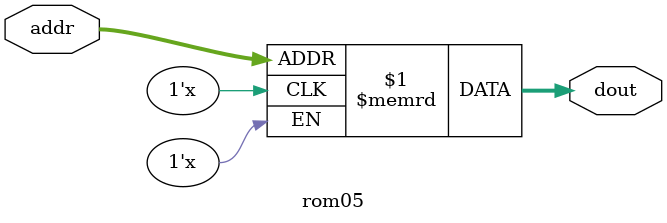
<source format=v>
module rom05(input [2:0] addr,
	     output [7:0] dout);

   reg [7:0] rom [7:0];

   assign dout = rom[addr];
endmodule

</source>
